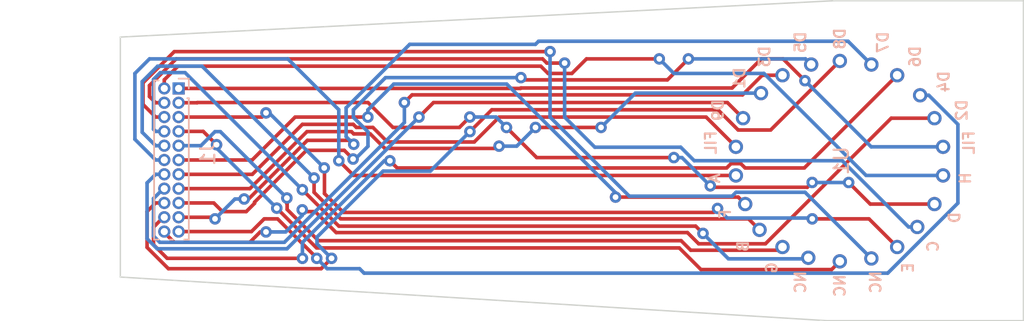
<source format=kicad_pcb>
(kicad_pcb (version 20221018) (generator pcbnew)
  (layers (0 "F.Cu" signal) (31 "B.Cu" signal) (34 "B.Paste" user) (35 "F.Paste" user) (36 "B.SilkS" user "B.Silkscreen") (37 "F.SilkS" user "F.Silkscreen") (38 "B.Mask" user) (39 "F.Mask" user) (44 "Edge.Cuts" user))
  (net 0 "")
  (net 1 "/c1")
  (net 2 "/c2")
  (net 3 "/c3")
  (net 4 "/c4")
  (net 5 "/c5")
  (net 6 "/c6")
  (net 7 "/c7")
  (net 8 "/c8")
  (net 9 "/c9")
  (net 10 "/c10")
  (net 11 "/c11")
  (net 12 "/c12")
  (net 13 "/c13")
  (net 14 "/c14")
  (net 15 "/c15")
  (net 16 "/c16")
  (net 17 "/c17")
  (net 18 "/c18")
  (net 19 "/c19")
  (net 20 "/c20")
  (net 21 "/c21")
  (net 22 "/c22")
  (footprint "Connector_PinHeader_1.00mm:PinHeader_2x11_P1.00mm_Vertical" (layer "B.Cu") (at 42.672 74.2 180)
    (fp_text reference "J1" (at -2.032 -4.54 90) (layer "B.SilkS") (effects (justify mirror)))
    (fp_text value "Conn_02x11_Counter_Clockwise")
    (fp_line (start -0.71 -10.56) (end -0.394493 -10.56) (stroke (width 0.12)) (layer "B.SilkS"))
    (fp_line (start -0.71 -0.685) (end -0.71 -10.56) (stroke (width 0.12)) (layer "B.SilkS"))
    (fp_line (start -0.71 -0.685) (end -0.608276 -0.685) (stroke (width 0.12)) (layer "B.SilkS"))
    (fp_line (start -0.71 0) (end -0.71 0.685) (stroke (width 0.12)) (layer "B.SilkS"))
    (fp_line (start -0.71 0.685) (end 0 0.685) (stroke (width 0.12)) (layer "B.SilkS"))
    (fp_line (start 0.394493 -10.56) (end 0.605507 -10.56) (stroke (width 0.12)) (layer "B.SilkS"))
    (fp_line (start 1.394493 -10.56) (end 1.71 -10.56) (stroke (width 0.12)) (layer "B.SilkS"))
    (fp_line (start 1.394493 0.56) (end 1.71 0.56) (stroke (width 0.12)) (layer "B.SilkS"))
    (fp_line (start 1.71 0.56) (end 1.71 -10.56) (stroke (width 0.12)) (layer "B.SilkS"))
    (pad "1" thru_hole rect (at 0 0 180) (size 0.85 0.85) (drill 0.5) (layers "*.Cu" "*.Mask") (net 1 "/c1"))
    (pad "2" thru_hole oval (at 1 0 180) (size 0.85 0.85) (drill 0.5) (layers "*.Cu" "*.Mask") (net 2 "/c2"))
    (pad "3" thru_hole oval (at 0 -1 180) (size 0.85 0.85) (drill 0.5) (layers "*.Cu" "*.Mask") (net 3 "/c3"))
    (pad "4" thru_hole oval (at 1 -1 180) (size 0.85 0.85) (drill 0.5) (layers "*.Cu" "*.Mask") (net 4 "/c4"))
    (pad "5" thru_hole oval (at 0 -2 180) (size 0.85 0.85) (drill 0.5) (layers "*.Cu" "*.Mask") (net 5 "/c5"))
    (pad "6" thru_hole oval (at 1 -2 180) (size 0.85 0.85) (drill 0.5) (layers "*.Cu" "*.Mask") (net 6 "/c6"))
    (pad "7" thru_hole oval (at 0 -3 180) (size 0.85 0.85) (drill 0.5) (layers "*.Cu" "*.Mask") (net 7 "/c7"))
    (pad "8" thru_hole oval (at 1 -3 180) (size 0.85 0.85) (drill 0.5) (layers "*.Cu" "*.Mask") (net 8 "/c8"))
    (pad "9" thru_hole oval (at 0 -4 180) (size 0.85 0.85) (drill 0.5) (layers "*.Cu" "*.Mask") (net 9 "/c9"))
    (pad "10" thru_hole oval (at 1 -4 180) (size 0.85 0.85) (drill 0.5) (layers "*.Cu" "*.Mask") (net 10 "/c10"))
    (pad "11" thru_hole oval (at 0 -5 180) (size 0.85 0.85) (drill 0.5) (layers "*.Cu" "*.Mask") (net 11 "/c11"))
    (pad "12" thru_hole oval (at 1 -5 180) (size 0.85 0.85) (drill 0.5) (layers "*.Cu" "*.Mask") (net 12 "/c12"))
    (pad "13" thru_hole oval (at 0 -6 180) (size 0.85 0.85) (drill 0.5) (layers "*.Cu" "*.Mask") (net 13 "/c13"))
    (pad "14" thru_hole oval (at 1 -6 180) (size 0.85 0.85) (drill 0.5) (layers "*.Cu" "*.Mask") (net 14 "/c14"))
    (pad "15" thru_hole oval (at 0 -7 180) (size 0.85 0.85) (drill 0.5) (layers "*.Cu" "*.Mask") (net 15 "/c15"))
    (pad "16" thru_hole oval (at 1 -7 180) (size 0.85 0.85) (drill 0.5) (layers "*.Cu" "*.Mask") (net 16 "/c16"))
    (pad "17" thru_hole oval (at 0 -8 180) (size 0.85 0.85) (drill 0.5) (layers "*.Cu" "*.Mask") (net 17 "/c17"))
    (pad "18" thru_hole oval (at 1 -8 180) (size 0.85 0.85) (drill 0.5) (layers "*.Cu" "*.Mask") (net 18 "/c18"))
    (pad "19" thru_hole oval (at 0 -9 180) (size 0.85 0.85) (drill 0.5) (layers "*.Cu" "*.Mask") (net 19 "/c19"))
    (pad "20" thru_hole oval (at 1 -9 180) (size 0.85 0.85) (drill 0.5) (layers "*.Cu" "*.Mask") (net 20 "/c20"))
    (pad "21" thru_hole oval (at 0 -10 180) (size 0.85 0.85) (drill 0.5) (layers "*.Cu" "*.Mask") (net 21 "/c21"))
    (pad "22" thru_hole oval (at 1 -10 180) (size 0.85 0.85) (drill 0.5) (layers "*.Cu" "*.Mask") (net 22 "/c22"))
  )
  (footprint "vfd-footprint:IV-18" (layer "B.Cu") (at 88.793 79.479 180)
    (fp_text reference "U1" (at -0.107 0.231 90) (layer "B.SilkS") (effects (justify mirror)))
    (fp_text value "IV-18")
    (fp_text user "D9" (at 8.5 3.75 270) (layer "B.SilkS") (effects (font (size 0.75 0.75)) (justify mirror)))
    (fp_text user "F" (at 8 -3.5 90) (layer "B.SilkS") (effects (font (size 0.75 0.75)) (justify mirror)))
    (fp_text user "D8" (at 0 8.75 90) (layer "B.SilkS") (effects (font (size 0.75 0.75)) (justify mirror)))
    (fp_text user "D1" (at 7 6 90) (layer "B.SilkS") (effects (font (size 0.75 0.75)) (justify mirror)))
    (fp_text user "D7" (at -3 8.5 270) (layer "B.SilkS") (effects (font (size 0.75 0.75)) (justify mirror)))
    (fp_text user "NC" (at 0 -8.5 90) (layer "B.SilkS") (effects (font (size 0.75 0.75)) (justify mirror)))
    (fp_text user "H" (at -8.75 -1 90) (layer "B.SilkS") (effects (font (size 0.75 0.75)) (justify mirror)))
    (fp_text user "C" (at -6.5 -5.75 90) (layer "B.SilkS") (effects (font (size 0.75 0.75)) (justify mirror)))
    (fp_text user "B" (at 6.75 -5.75 90) (layer "B.SilkS") (effects (font (size 0.75 0.75)) (justify mirror)))
    (fp_text user "A" (at 8.75 -1 90) (layer "B.SilkS") (effects (font (size 0.75 0.75)) (justify mirror)))
    (fp_text user "NC" (at -2.5 -8.25 90) (layer "B.SilkS") (effects (font (size 0.75 0.75)) (justify mirror)))
    (fp_text user "FIL" (at 9 1.5 90) (layer "B.SilkS") (effects (font (size 0.75 0.75)) (justify mirror)))
    (fp_text user "NC" (at 2.75 -8.25 90) (layer "B.SilkS") (effects (font (size 0.75 0.75)) (justify mirror)))
    (fp_text user "D3" (at 5.25 7.5 90) (layer "B.SilkS") (effects (font (size 0.75 0.75)) (justify mirror)))
    (fp_text user "FIL" (at -9 1.5 90) (layer "B.SilkS") (effects (font (size 0.75 0.75)) (justify mirror)))
    (fp_text user "E" (at -4.75 -7.25 90) (layer "B.SilkS") (effects (font (size 0.75 0.75)) (justify mirror)))
    (fp_text user "G" (at 4.75 -7.25 90) (layer "B.SilkS") (effects (font (size 0.75 0.75)) (justify mirror)))
    (fp_text user "D4" (at -7.25 5.75 90) (layer "B.SilkS") (effects (font (size 0.75 0.75)) (justify mirror)))
    (fp_text user "D2" (at -8.5 3.75 90) (layer "B.SilkS") (effects (font (size 0.75 0.75)) (justify mirror)))
    (fp_text user "D" (at -8 -3.75 90) (layer "B.SilkS") (effects (font (size 0.75 0.75)) (justify mirror)))
    (fp_text user "D5" (at 2.75 8.5 270) (layer "B.SilkS") (effects (font (size 0.75 0.75)) (justify mirror)))
    (fp_text user "D6" (at -5.25 7.5 90) (layer "B.SilkS") (effects (font (size 0.75 0.75)) (justify mirror)))
    (pad "1" thru_hole circle (at -7.2 1.2 180) (size 1 1) (drill 0.6) (layers "*.Cu" "*.Mask") (net 1 "/c1"))
    (pad "2" thru_hole circle (at -7.2 -0.8 180) (size 1 1) (drill 0.6) (layers "*.Cu" "*.Mask") (net 2 "/c2"))
    (pad "3" thru_hole circle (at -6.6 -2.8 180) (size 1 1) (drill 0.6) (layers "*.Cu" "*.Mask") (net 3 "/c3"))
    (pad "4" thru_hole circle (at -5.4 -4.4 180) (size 1 1) (drill 0.6) (layers "*.Cu" "*.Mask") (net 4 "/c4"))
    (pad "5" thru_hole circle (at -4 -5.8 180) (size 1 1) (drill 0.6) (layers "*.Cu" "*.Mask") (net 5 "/c5"))
    (pad "6" thru_hole circle (at -2.2 -6.6 180) (size 1 1) (drill 0.6) (layers "*.Cu" "*.Mask") (net 6 "/c6"))
    (pad "7" thru_hole circle (at 0 -6.8 180) (size 1 1) (drill 0.6) (layers "*.Cu" "*.Mask") (net 7 "/c7"))
    (pad "8" thru_hole circle (at 2.2 -6.55 180) (size 1 1) (drill 0.6) (layers "*.Cu" "*.Mask") (net 8 "/c8"))
    (pad "9" thru_hole circle (at 4 -5.8 180) (size 1 1) (drill 0.6) (layers "*.Cu" "*.Mask") (net 9 "/c9"))
    (pad "10" thru_hole circle (at 5.6 -4.6 180) (size 1 1) (drill 0.6) (layers "*.Cu" "*.Mask") (net 10 "/c10"))
    (pad "11" thru_hole circle (at 6.6 -2.8 180) (size 1 1) (drill 0.6) (layers "*.Cu" "*.Mask") (net 11 "/c11"))
    (pad "12" thru_hole circle (at 7.25 -0.8 180) (size 1 1) (drill 0.6) (layers "*.Cu" "*.Mask") (net 12 "/c12"))
    (pad "13" thru_hole circle (at 7.25 1.2 180) (size 1 1) (drill 0.6) (layers "*.Cu" "*.Mask") (net 13 "/c13"))
    (pad "14" thru_hole circle (at 6.75 3.2 180) (size 1 1) (drill 0.6) (layers "*.Cu" "*.Mask") (net 14 "/c14"))
    (pad "15" thru_hole circle (at 5.5 4.95 180) (size 1 1) (drill 0.6) (layers "*.Cu" "*.Mask") (net 15 "/c15"))
    (pad "16" thru_hole circle (at 4 6.2 180) (size 1 1) (drill 0.6) (layers "*.Cu" "*.Mask") (net 16 "/c16"))
    (pad "17" thru_hole circle (at 2 6.95 180) (size 1 1) (drill 0.6) (layers "*.Cu" "*.Mask") (net 17 "/c17"))
    (pad "18" thru_hole circle (at 0 7.2 180) (size 1 1) (drill 0.6) (layers "*.Cu" "*.Mask") (net 18 "/c18"))
    (pad "19" thru_hole circle (at -2.2 6.95 180) (size 1 1) (drill 0.6) (layers "*.Cu" "*.Mask") (net 19 "/c19"))
    (pad "20" thru_hole circle (at -4 6.2 180) (size 1 1) (drill 0.6) (layers "*.Cu" "*.Mask") (net 20 "/c20"))
    (pad "21" thru_hole circle (at -5.6 4.8 180) (size 1 1) (drill 0.6) (layers "*.Cu" "*.Mask") (net 21 "/c21"))
    (pad "22" thru_hole circle (at -6.6 3.2 180) (size 1 1) (drill 0.6) (layers "*.Cu" "*.Mask") (net 22 "/c22"))
  )
  (gr_line (start 101.6 68.072) (end 101.6 90.424) (stroke (width 0.1)) (layer "Edge.Cuts"))
  (gr_line (start 88.392 68.072) (end 101.6 68.072) (stroke (width 0.1)) (layer "Edge.Cuts"))
  (gr_line (start 88.392 68.072) (end 38.608 70.612) (stroke (width 0.1)) (layer "Edge.Cuts"))
  (gr_line (start 38.608 87.376) (end 87.884 90.424) (stroke (width 0.1)) (layer "Edge.Cuts"))
  (gr_line (start 38.608 70.612) (end 38.608 87.376) (stroke (width 0.1)) (layer "Edge.Cuts"))
  (gr_line (start 101.6 90.424) (end 87.884 90.424) (stroke (width 0.1)) (layer "Edge.Cuts"))
  (segment (start 66.516 74.2) (end 66.548 74.168) (width 0.25) (layer "F.Cu") (net 1))
  (segment (start 84.836 72.136) (end 86.36 73.66) (width 0.25) (layer "F.Cu") (net 1))
  (segment (start 81.28 74.168) (end 83.312 72.136) (width 0.25) (layer "F.Cu") (net 1))
  (segment (start 42.672 74.2) (end 66.516 74.2) (width 0.25) (layer "F.Cu") (net 1))
  (segment (start 66.548 74.168) (end 81.28 74.168) (width 0.25) (layer "F.Cu") (net 1))
  (segment (start 83.312 72.136) (end 84.836 72.136) (width 0.25) (layer "F.Cu") (net 1))
  (via (at 86.36 73.66) (size 0.8) (drill 0.4) (layers "F.Cu" "B.Cu") (net 1))
  (segment (start 90.979 78.279) (end 95.993 78.279) (width 0.25) (layer "B.Cu") (net 1))
  (segment (start 86.36 73.66) (end 90.979 78.279) (width 0.25) (layer "B.Cu") (net 1))
  (segment (start 41.672 73.59896) (end 41.672 74.2) (width 0.25) (layer "F.Cu") (net 2))
  (segment (start 67.934299 72.644) (end 42.62696 72.644) (width 0.25) (layer "F.Cu") (net 2))
  (segment (start 68.442299 73.152) (end 67.934299 72.644) (width 0.25) (layer "F.Cu") (net 2))
  (segment (start 76.2 72.136) (end 71.12 72.136) (width 0.25) (layer "F.Cu") (net 2))
  (segment (start 42.62696 72.644) (end 41.672 73.59896) (width 0.25) (layer "F.Cu") (net 2))
  (segment (start 71.12 72.136) (end 70.104 73.152) (width 0.25) (layer "F.Cu") (net 2))
  (segment (start 70.104 73.152) (end 68.442299 73.152) (width 0.25) (layer "F.Cu") (net 2))
  (via (at 76.2 72.136) (size 0.8) (drill 0.4) (layers "F.Cu" "B.Cu") (net 2))
  (segment (start 83.499273 73.152) (end 90.626273 80.279) (width 0.25) (layer "B.Cu") (net 2))
  (segment (start 90.626273 80.279) (end 95.993 80.279) (width 0.25) (layer "B.Cu") (net 2))
  (segment (start 76.2 72.136) (end 77.216 73.152) (width 0.25) (layer "B.Cu") (net 2))
  (segment (start 77.216 73.152) (end 83.499273 73.152) (width 0.25) (layer "B.Cu") (net 2))
  (segment (start 86.527402 81.104) (end 86.863701 80.767701) (width 0.25) (layer "F.Cu") (net 3))
  (segment (start 67.647952 79.0315) (end 77.216 79.0315) (width 0.25) (layer "F.Cu") (net 3))
  (segment (start 90.915 82.279) (end 95.393 82.279) (width 0.25) (layer "F.Cu") (net 3))
  (segment (start 55.88 75.184) (end 57.621 76.925) (width 0.25) (layer "F.Cu") (net 3))
  (segment (start 43.972 75.2) (end 43.988 75.184) (width 0.25) (layer "F.Cu") (net 3))
  (segment (start 89.408 80.772) (end 90.915 82.279) (width 0.25) (layer "F.Cu") (net 3))
  (segment (start 79.8565 81.104) (end 86.527402 81.104) (width 0.25) (layer "F.Cu") (net 3))
  (segment (start 43.988 75.184) (end 55.88 75.184) (width 0.25) (layer "F.Cu") (net 3))
  (segment (start 62.258402 76.925) (end 62.987701 76.195701) (width 0.25) (layer "F.Cu") (net 3))
  (segment (start 65.540952 76.9245) (end 67.647952 79.0315) (width 0.25) (layer "F.Cu") (net 3))
  (segment (start 42.672 75.2) (end 43.972 75.2) (width 0.25) (layer "F.Cu") (net 3))
  (segment (start 79.756 81.0035) (end 79.8565 81.104) (width 0.25) (layer "F.Cu") (net 3))
  (segment (start 57.621 76.925) (end 62.258402 76.925) (width 0.25) (layer "F.Cu") (net 3))
  (via (at 62.987701 76.195701) (size 0.8) (drill 0.4) (layers "F.Cu" "B.Cu") (net 3))
  (via (at 65.540952 76.9245) (size 0.8) (drill 0.4) (layers "F.Cu" "B.Cu") (net 3))
  (via (at 79.756 81.0035) (size 0.8) (drill 0.4) (layers "F.Cu" "B.Cu") (net 3))
  (via (at 89.408 80.772) (size 0.8) (drill 0.4) (layers "F.Cu" "B.Cu") (net 3))
  (via (at 86.863701 80.767701) (size 0.8) (drill 0.4) (layers "F.Cu" "B.Cu") (net 3))
  (via (at 77.216 79.0315) (size 0.8) (drill 0.4) (layers "F.Cu" "B.Cu") (net 3))
  (segment (start 86.868 80.772) (end 89.408 80.772) (width 0.25) (layer "B.Cu") (net 3))
  (segment (start 77.784 79.0315) (end 79.756 81.0035) (width 0.25) (layer "B.Cu") (net 3))
  (segment (start 77.216 79.0315) (end 77.784 79.0315) (width 0.25) (layer "B.Cu") (net 3))
  (segment (start 62.987701 76.195701) (end 64.812153 76.195701) (width 0.25) (layer "B.Cu") (net 3))
  (segment (start 64.812153 76.195701) (end 65.540952 76.9245) (width 0.25) (layer "B.Cu") (net 3))
  (segment (start 86.863701 80.767701) (end 86.868 80.772) (width 0.25) (layer "B.Cu") (net 3))
  (segment (start 68.354195 72.4275) (end 68.062695 72.136) (width 0.25) (layer "F.Cu") (net 4))
  (segment (start 41.07096 75.2) (end 41.672 75.2) (width 0.25) (layer "F.Cu") (net 4))
  (segment (start 40.64 74.76904) (end 41.07096 75.2) (width 0.25) (layer "F.Cu") (net 4))
  (segment (start 42.498564 72.136) (end 40.64 73.994564) (width 0.25) (layer "F.Cu") (net 4))
  (segment (start 68.062695 72.136) (end 42.498564 72.136) (width 0.25) (layer "F.Cu") (net 4))
  (segment (start 40.64 73.994564) (end 40.64 74.76904) (width 0.25) (layer "F.Cu") (net 4))
  (segment (start 69.596 72.4275) (end 68.354195 72.4275) (width 0.25) (layer "F.Cu") (net 4))
  (via (at 69.596 72.4275) (size 0.8) (drill 0.4) (layers "F.Cu" "B.Cu") (net 4))
  (segment (start 71.7025 78.3065) (end 77.695396 78.3065) (width 0.25) (layer "B.Cu") (net 4))
  (segment (start 77.695396 78.3065) (end 78.636896 79.248) (width 0.25) (layer "B.Cu") (net 4))
  (segment (start 88.958877 79.248) (end 93.589877 83.879) (width 0.25) (layer "B.Cu") (net 4))
  (segment (start 78.636896 79.248) (end 88.958877 79.248) (width 0.25) (layer "B.Cu") (net 4))
  (segment (start 93.589877 83.879) (end 94.193 83.879) (width 0.25) (layer "B.Cu") (net 4))
  (segment (start 69.596 72.4275) (end 69.596 76.2) (width 0.25) (layer "B.Cu") (net 4))
  (segment (start 69.596 76.2) (end 71.7025 78.3065) (width 0.25) (layer "B.Cu") (net 4))
  (segment (start 79.9895 82.862) (end 54.162792 82.862) (width 0.25) (layer "F.Cu") (net 5))
  (segment (start 48.768 75.9085) (end 48.4765 76.2) (width 0.25) (layer "F.Cu") (net 5))
  (segment (start 48.4765 76.2) (end 42.672 76.2) (width 0.25) (layer "F.Cu") (net 5))
  (segment (start 52.845971 81.545179) (end 52.845971 79.769971) (width 0.25) (layer "F.Cu") (net 5))
  (segment (start 80.264 82.5875) (end 79.9895 82.862) (width 0.25) (layer "F.Cu") (net 5))
  (segment (start 90.826 83.312) (end 86.868 83.312) (width 0.25) (layer "F.Cu") (net 5))
  (segment (start 54.162792 82.862) (end 52.845971 81.545179) (width 0.25) (layer "F.Cu") (net 5))
  (segment (start 52.845971 79.769971) (end 52.827701 79.751701) (width 0.25) (layer "F.Cu") (net 5))
  (segment (start 92.793 85.279) (end 90.826 83.312) (width 0.25) (layer "F.Cu") (net 5))
  (via (at 48.768 75.9085) (size 0.8) (drill 0.4) (layers "F.Cu" "B.Cu") (net 5))
  (via (at 80.264 82.5875) (size 0.8) (drill 0.4) (layers "F.Cu" "B.Cu") (net 5))
  (via (at 86.868 83.312) (size 0.8) (drill 0.4) (layers "F.Cu" "B.Cu") (net 5))
  (via (at 52.827701 79.751701) (size 0.8) (drill 0.4) (layers "F.Cu" "B.Cu") (net 5))
  (segment (start 86.868 83.312) (end 86.81 83.254) (width 0.25) (layer "B.Cu") (net 5))
  (segment (start 48.9845 75.9085) (end 48.768 75.9085) (width 0.25) (layer "B.Cu") (net 5))
  (segment (start 86.81 83.254) (end 80.9305 83.254) (width 0.25) (layer "B.Cu") (net 5))
  (segment (start 80.9305 83.254) (end 80.264 82.5875) (width 0.25) (layer "B.Cu") (net 5))
  (segment (start 52.827701 79.751701) (end 48.9845 75.9085) (width 0.25) (layer "B.Cu") (net 5))
  (segment (start 42.370168 71.628) (end 68.58 71.628) (width 0.25) (layer "F.Cu") (net 6))
  (segment (start 40.19 75.31904) (end 40.19 73.808168) (width 0.25) (layer "F.Cu") (net 6))
  (segment (start 41.672 76.2) (end 41.07096 76.2) (width 0.25) (layer "F.Cu") (net 6))
  (segment (start 41.07096 76.2) (end 40.19 75.31904) (width 0.25) (layer "F.Cu") (net 6))
  (segment (start 40.19 73.808168) (end 42.370168 71.628) (width 0.25) (layer "F.Cu") (net 6))
  (via (at 68.58 71.628) (size 0.8) (drill 0.4) (layers "F.Cu" "B.Cu") (net 6))
  (segment (start 68.58 71.628) (end 68.58 76.2) (width 0.25) (layer "B.Cu") (net 6))
  (segment (start 81.276773 81.7285) (end 81.551273 81.454) (width 0.25) (layer "B.Cu") (net 6))
  (segment (start 81.551273 81.454) (end 86.368 81.454) (width 0.25) (layer "B.Cu") (net 6))
  (segment (start 86.368 81.454) (end 90.993 86.079) (width 0.25) (layer "B.Cu") (net 6))
  (segment (start 68.58 76.2) (end 74.1085 81.7285) (width 0.25) (layer "B.Cu") (net 6))
  (segment (start 74.1085 81.7285) (end 81.276773 81.7285) (width 0.25) (layer "B.Cu") (net 6))
  (segment (start 45.31981 78.132789) (end 44.387021 77.2) (width 0.25) (layer "F.Cu") (net 7))
  (segment (start 79.105604 86.854) (end 88.218 86.854) (width 0.25) (layer "F.Cu") (net 7))
  (segment (start 77.595104 85.3435) (end 79.105604 86.854) (width 0.25) (layer "F.Cu") (net 7))
  (segment (start 52.296996 85.3435) (end 77.595104 85.3435) (width 0.25) (layer "F.Cu") (net 7))
  (segment (start 88.218 86.854) (end 88.793 86.279) (width 0.25) (layer "F.Cu") (net 7))
  (segment (start 44.387021 77.2) (end 42.672 77.2) (width 0.25) (layer "F.Cu") (net 7))
  (segment (start 49.516748 82.563252) (end 52.296996 85.3435) (width 0.25) (layer "F.Cu") (net 7))
  (via (at 49.516748 82.563252) (size 0.8) (drill 0.4) (layers "F.Cu" "B.Cu") (net 7))
  (via (at 45.31981 78.132789) (size 0.8) (drill 0.4) (layers "F.Cu" "B.Cu") (net 7))
  (segment (start 45.31981 78.132789) (end 45.31981 78.366314) (width 0.25) (layer "B.Cu") (net 7))
  (segment (start 45.31981 78.366314) (end 49.516748 82.563252) (width 0.25) (layer "B.Cu") (net 7))
  (segment (start 79.248 84.328) (end 78.74 83.82) (width 0.25) (layer "F.Cu") (net 8))
  (segment (start 78.74 83.82) (end 53.848 83.82) (width 0.25) (layer "F.Cu") (net 8))
  (segment (start 53.848 83.82) (end 51.303701 81.275701) (width 0.25) (layer "F.Cu") (net 8))
  (via (at 51.303701 81.275701) (size 0.8) (drill 0.4) (layers "F.Cu" "B.Cu") (net 8))
  (via (at 79.248 84.328) (size 0.8) (drill 0.4) (layers "F.Cu" "B.Cu") (net 8))
  (segment (start 79.248 84.328) (end 81.024 86.104) (width 0.25) (layer "B.Cu") (net 8))
  (segment (start 43.122 73.094) (end 51.303701 81.275701) (width 0.25) (layer "B.Cu") (net 8))
  (segment (start 40.922 73.570594) (end 41.398594 73.094) (width 0.25) (layer "B.Cu") (net 8))
  (segment (start 86.518 86.104) (end 86.593 86.029) (width 0.25) (layer "B.Cu") (net 8))
  (segment (start 41.07096 77.2) (end 40.922 77.05104) (width 0.25) (layer "B.Cu") (net 8))
  (segment (start 81.024 86.104) (end 86.518 86.104) (width 0.25) (layer "B.Cu") (net 8))
  (segment (start 41.398594 73.094) (end 43.122 73.094) (width 0.25) (layer "B.Cu") (net 8))
  (segment (start 41.672 77.2) (end 41.07096 77.2) (width 0.25) (layer "B.Cu") (net 8))
  (segment (start 40.922 77.05104) (end 40.922 73.570594) (width 0.25) (layer "B.Cu") (net 8))
  (segment (start 50.241748 82.651856) (end 52.425892 84.836) (width 0.25) (layer "F.Cu") (net 9))
  (segment (start 50.241748 82.262947) (end 50.241748 82.651856) (width 0.25) (layer "F.Cu") (net 9))
  (segment (start 50.223503 82.244702) (end 50.241748 82.262947) (width 0.25) (layer "F.Cu") (net 9))
  (segment (start 77.724 84.836) (end 78.391 85.503) (width 0.25) (layer "F.Cu") (net 9))
  (segment (start 50.223503 81.856497) (end 50.223503 82.244702) (width 0.25) (layer "F.Cu") (net 9))
  (segment (start 84.569 85.503) (end 84.793 85.279) (width 0.25) (layer "F.Cu") (net 9))
  (segment (start 78.391 85.503) (end 84.569 85.503) (width 0.25) (layer "F.Cu") (net 9))
  (segment (start 52.425892 84.836) (end 77.724 84.836) (width 0.25) (layer "F.Cu") (net 9))
  (via (at 50.223503 81.856497) (size 0.8) (drill 0.4) (layers "F.Cu" "B.Cu") (net 9))
  (segment (start 45.583006 77.216) (end 45.212 77.216) (width 0.25) (layer "B.Cu") (net 9))
  (segment (start 44.228 78.2) (end 42.672 78.2) (width 0.25) (layer "B.Cu") (net 9))
  (segment (start 45.212 77.216) (end 44.228 78.2) (width 0.25) (layer "B.Cu") (net 9))
  (segment (start 50.223503 81.856497) (end 45.583006 77.216) (width 0.25) (layer "B.Cu") (net 9))
  (segment (start 52.120971 81.456575) (end 53.976396 83.312) (width 0.25) (layer "F.Cu") (net 10))
  (segment (start 82.426 83.312) (end 83.193 84.079) (width 0.25) (layer "F.Cu") (net 10))
  (segment (start 53.976396 83.312) (end 82.426 83.312) (width 0.25) (layer "F.Cu") (net 10))
  (segment (start 52.120971 80.45843) (end 52.120971 81.456575) (width 0.25) (layer "F.Cu") (net 10))
  (via (at 52.120971 80.45843) (size 0.8) (drill 0.4) (layers "F.Cu" "B.Cu") (net 10))
  (segment (start 41.07096 78.2) (end 40.132 77.26104) (width 0.25) (layer "B.Cu") (net 10))
  (segment (start 41.212198 72.644) (end 44.306541 72.644) (width 0.25) (layer "B.Cu") (net 10))
  (segment (start 41.672 78.2) (end 41.07096 78.2) (width 0.25) (layer "B.Cu") (net 10))
  (segment (start 40.132 73.724198) (end 41.212198 72.644) (width 0.25) (layer "B.Cu") (net 10))
  (segment (start 40.132 77.26104) (end 40.132 73.724198) (width 0.25) (layer "B.Cu") (net 10))
  (segment (start 44.306541 72.644) (end 52.120971 80.45843) (width 0.25) (layer "B.Cu") (net 10))
  (segment (start 47.8 79.2) (end 42.672 79.2) (width 0.25) (layer "F.Cu") (net 11))
  (segment (start 55.871401 76.2) (end 50.8 76.2) (width 0.25) (layer "F.Cu") (net 11))
  (segment (start 73.147701 81.792299) (end 81.706299 81.792299) (width 0.25) (layer "F.Cu") (net 11))
  (segment (start 81.706299 81.792299) (end 82.193 82.279) (width 0.25) (layer "F.Cu") (net 11))
  (segment (start 50.8 76.2) (end 47.8 79.2) (width 0.25) (layer "F.Cu") (net 11))
  (segment (start 55.872376 76.200975) (end 55.871401 76.2) (width 0.25) (layer "F.Cu") (net 11))
  (via (at 73.147701 81.792299) (size 0.8) (drill 0.4) (layers "F.Cu" "B.Cu") (net 11))
  (via (at 55.872376 76.200975) (size 0.8) (drill 0.4) (layers "F.Cu" "B.Cu") (net 11))
  (segment (start 73.147701 81.482896) (end 73.147701 81.792299) (width 0.25) (layer "B.Cu") (net 11))
  (segment (start 55.872376 75.699624) (end 57.6785 73.8935) (width 0.25) (layer "B.Cu") (net 11))
  (segment (start 65.558305 73.8935) (end 73.147701 81.482896) (width 0.25) (layer "B.Cu") (net 11))
  (segment (start 57.6785 73.8935) (end 65.558305 73.8935) (width 0.25) (layer "B.Cu") (net 11))
  (segment (start 55.872376 76.200975) (end 55.872376 75.699624) (width 0.25) (layer "B.Cu") (net 11))
  (segment (start 53.848 79.248) (end 54.879 80.279) (width 0.25) (layer "F.Cu") (net 12))
  (segment (start 54.879 80.279) (end 81.543 80.279) (width 0.25) (layer "F.Cu") (net 12))
  (via (at 53.848 79.248) (size 0.8) (drill 0.4) (layers "F.Cu" "B.Cu") (net 12))
  (segment (start 53.843701 75.687701) (end 50.292 72.136) (width 0.25) (layer "B.Cu") (net 12))
  (segment (start 53.843701 79.243701) (end 53.843701 75.687701) (width 0.25) (layer "B.Cu") (net 12))
  (segment (start 40.64 72.136) (end 39.624 73.152) (width 0.25) (layer "B.Cu") (net 12))
  (segment (start 39.624 73.152) (end 39.624 77.75304) (width 0.25) (layer "B.Cu") (net 12))
  (segment (start 41.07096 79.2) (end 41.672 79.2) (width 0.25) (layer "B.Cu") (net 12))
  (segment (start 39.624 77.75304) (end 41.07096 79.2) (width 0.25) (layer "B.Cu") (net 12))
  (segment (start 53.848 79.248) (end 53.843701 79.243701) (width 0.25) (layer "B.Cu") (net 12))
  (segment (start 50.292 72.136) (end 40.64 72.136) (width 0.25) (layer "B.Cu") (net 12))
  (segment (start 56.225396 76.925) (end 55.071695 76.925) (width 0.25) (layer "F.Cu") (net 13))
  (segment (start 57.241396 77.941) (end 56.225396 76.925) (width 0.25) (layer "F.Cu") (net 13))
  (segment (start 79.464 76.2) (end 65.033305 76.2) (width 0.25) (layer "F.Cu") (net 13))
  (segment (start 55.071695 76.925) (end 54.854695 76.708) (width 0.25) (layer "F.Cu") (net 13))
  (segment (start 47.816 80.2) (end 42.672 80.2) (width 0.25) (layer "F.Cu") (net 13))
  (segment (start 81.543 78.279) (end 79.464 76.2) (width 0.25) (layer "F.Cu") (net 13))
  (segment (start 65.033305 76.2) (end 63.292305 77.941) (width 0.25) (layer "F.Cu") (net 13))
  (segment (start 51.308 76.708) (end 47.816 80.2) (width 0.25) (layer "F.Cu") (net 13))
  (segment (start 54.854695 76.708) (end 51.308 76.708) (width 0.25) (layer "F.Cu") (net 13))
  (segment (start 63.292305 77.941) (end 57.241396 77.941) (width 0.25) (layer "F.Cu") (net 13))
  (segment (start 60.452 75.184) (end 80.948 75.184) (width 0.25) (layer "F.Cu") (net 14))
  (segment (start 59.436 76.2) (end 60.452 75.184) (width 0.25) (layer "F.Cu") (net 14))
  (segment (start 80.948 75.184) (end 82.043 76.279) (width 0.25) (layer "F.Cu") (net 14))
  (via (at 59.436 76.2) (size 0.8) (drill 0.4) (layers "F.Cu" "B.Cu") (net 14))
  (segment (start 41.07096 80.2) (end 40.472 80.79896) (width 0.25) (layer "B.Cu") (net 14))
  (segment (start 40.472 80.79896) (end 40.472 84.697057) (width 0.25) (layer "B.Cu") (net 14))
  (segment (start 41.672 80.2) (end 41.07096 80.2) (width 0.25) (layer "B.Cu") (net 14))
  (segment (start 40.472 84.697057) (end 41.174943 85.4) (width 0.25) (layer "B.Cu") (net 14))
  (segment (start 41.174943 85.4) (end 50.236 85.4) (width 0.25) (layer "B.Cu") (net 14))
  (segment (start 50.236 85.4) (end 59.436 76.2) (width 0.25) (layer "B.Cu") (net 14))
  (segment (start 47.642198 81.2) (end 51.626198 77.216) (width 0.25) (layer "F.Cu") (net 15))
  (segment (start 42.672 81.2) (end 47.642198 81.2) (width 0.25) (layer "F.Cu") (net 15))
  (segment (start 54.726299 77.216) (end 54.885299 77.375) (width 0.25) (layer "F.Cu") (net 15))
  (segment (start 54.885299 77.375) (end 56.039 77.375) (width 0.25) (layer "F.Cu") (net 15))
  (segment (start 67.564 76.9245) (end 72.136 76.9245) (width 0.25) (layer "F.Cu") (net 15))
  (segment (start 57.055 78.391) (end 64.865 78.391) (width 0.25) (layer "F.Cu") (net 15))
  (segment (start 51.626198 77.216) (end 54.726299 77.216) (width 0.25) (layer "F.Cu") (net 15))
  (segment (start 64.865 78.391) (end 65.024 78.232) (width 0.25) (layer "F.Cu") (net 15))
  (segment (start 56.039 77.375) (end 57.055 78.391) (width 0.25) (layer "F.Cu") (net 15))
  (via (at 67.564 76.9245) (size 0.8) (drill 0.4) (layers "F.Cu" "B.Cu") (net 15))
  (via (at 72.136 76.9245) (size 0.8) (drill 0.4) (layers "F.Cu" "B.Cu") (net 15))
  (via (at 65.024 78.232) (size 0.8) (drill 0.4) (layers "F.Cu" "B.Cu") (net 15))
  (segment (start 66.2565 78.232) (end 67.564 76.9245) (width 0.25) (layer "B.Cu") (net 15))
  (segment (start 72.136 76.9245) (end 74.5315 74.529) (width 0.25) (layer "B.Cu") (net 15))
  (segment (start 74.5315 74.529) (end 83.293 74.529) (width 0.25) (layer "B.Cu") (net 15))
  (segment (start 65.024 78.232) (end 66.2565 78.232) (width 0.25) (layer "B.Cu") (net 15))
  (segment (start 83.376273 73.279) (end 84.793 73.279) (width 0.25) (layer "F.Cu") (net 16))
  (segment (start 58.954 74.65) (end 82.005273 74.65) (width 0.25) (layer "F.Cu") (net 16))
  (segment (start 82.005273 74.65) (end 83.376273 73.279) (width 0.25) (layer "F.Cu") (net 16))
  (segment (start 58.42 75.184) (end 58.954 74.65) (width 0.25) (layer "F.Cu") (net 16))
  (via (at 58.42 75.184) (size 0.8) (drill 0.4) (layers "F.Cu" "B.Cu") (net 16))
  (segment (start 41.611339 81.2) (end 40.922 81.889339) (width 0.25) (layer "B.Cu") (net 16))
  (segment (start 50.049604 84.95) (end 58.42 76.579604) (width 0.25) (layer "B.Cu") (net 16))
  (segment (start 40.922 81.889339) (end 40.922 84.510661) (width 0.25) (layer "B.Cu") (net 16))
  (segment (start 41.361339 84.95) (end 50.049604 84.95) (width 0.25) (layer "B.Cu") (net 16))
  (segment (start 41.672 81.2) (end 41.611339 81.2) (width 0.25) (layer "B.Cu") (net 16))
  (segment (start 40.922 84.510661) (end 41.361339 84.95) (width 0.25) (layer "B.Cu") (net 16))
  (segment (start 58.42 76.579604) (end 58.42 75.184) (width 0.25) (layer "B.Cu") (net 16))
  (segment (start 66.7065 73.602) (end 76.766 73.602) (width 0.25) (layer "F.Cu") (net 17))
  (segment (start 47.389805 82.804) (end 45.729305 82.804) (width 0.25) (layer "F.Cu") (net 17))
  (segment (start 45.125305 82.2) (end 42.672 82.2) (width 0.25) (layer "F.Cu") (net 17))
  (segment (start 47.969 82.224805) (end 47.389805 82.804) (width 0.25) (layer "F.Cu") (net 17))
  (segment (start 66.548 73.4435) (end 66.7065 73.602) (width 0.25) (layer "F.Cu") (net 17))
  (segment (start 54.840583 79.134422) (end 54.229161 78.523) (width 0.25) (layer "F.Cu") (net 17))
  (segment (start 76.766 73.602) (end 78.232 72.136) (width 0.25) (layer "F.Cu") (net 17))
  (segment (start 51.59199 78.523) (end 47.969 82.14599) (width 0.25) (layer "F.Cu") (net 17))
  (segment (start 45.729305 82.804) (end 45.125305 82.2) (width 0.25) (layer "F.Cu") (net 17))
  (segment (start 54.229161 78.523) (end 51.59199 78.523) (width 0.25) (layer "F.Cu") (net 17))
  (segment (start 47.969 82.14599) (end 47.969 82.224805) (width 0.25) (layer "F.Cu") (net 17))
  (via (at 66.548 73.4435) (size 0.8) (drill 0.4) (layers "F.Cu" "B.Cu") (net 17))
  (via (at 78.232 72.136) (size 0.8) (drill 0.4) (layers "F.Cu" "B.Cu") (net 17))
  (via (at 54.840583 79.134422) (size 0.8) (drill 0.4) (layers "F.Cu" "B.Cu") (net 17))
  (segment (start 57.103195 73.4435) (end 66.548 73.4435) (width 0.25) (layer "B.Cu") (net 17))
  (segment (start 54.840583 79.134422) (end 54.986883 79.134422) (width 0.25) (layer "B.Cu") (net 17))
  (segment (start 55.88 77.233904) (end 54.864 76.217904) (width 0.25) (layer "B.Cu") (net 17))
  (segment (start 54.864 76.217904) (end 54.864 75.692) (width 0.25) (layer "B.Cu") (net 17))
  (segment (start 55.88 78.241305) (end 55.88 77.233904) (width 0.25) (layer "B.Cu") (net 17))
  (segment (start 55.372 75.174695) (end 57.103195 73.4435) (width 0.25) (layer "B.Cu") (net 17))
  (segment (start 54.986883 79.134422) (end 55.88 78.241305) (width 0.25) (layer "B.Cu") (net 17))
  (segment (start 55.372 75.184) (end 55.372 75.174695) (width 0.25) (layer "B.Cu") (net 17))
  (segment (start 78.232 72.136) (end 86.4 72.136) (width 0.25) (layer "B.Cu") (net 17))
  (segment (start 86.4 72.136) (end 86.793 72.529) (width 0.25) (layer "B.Cu") (net 17))
  (segment (start 54.864 75.692) (end 55.372 75.184) (width 0.25) (layer "B.Cu") (net 17))
  (segment (start 41.07096 82.2) (end 40.472 82.79896) (width 0.25) (layer "F.Cu") (net 18))
  (segment (start 62.992 77.216) (end 64.516 75.692) (width 0.25) (layer "F.Cu") (net 18))
  (segment (start 40.472 82.79896) (end 40.472 85.304396) (width 0.25) (layer "F.Cu") (net 18))
  (segment (start 64.516 75.692) (end 80.289273 75.692) (width 0.25) (layer "F.Cu") (net 18))
  (segment (start 81.701273 77.104) (end 83.968 77.104) (width 0.25) (layer "F.Cu") (net 18))
  (segment (start 83.968 77.104) (end 88.793 72.279) (width 0.25) (layer "F.Cu") (net 18))
  (segment (start 40.472 85.304396) (end 41.961104 86.7935) (width 0.25) (layer "F.Cu") (net 18))
  (segment (start 52.615 86.7935) (end 53.34 86.0685) (width 0.25) (layer "F.Cu") (net 18))
  (segment (start 41.672 82.2) (end 41.07096 82.2) (width 0.25) (layer "F.Cu") (net 18))
  (segment (start 80.289273 75.692) (end 81.701273 77.104) (width 0.25) (layer "F.Cu") (net 18))
  (segment (start 41.961104 86.7935) (end 52.615 86.7935) (width 0.25) (layer "F.Cu") (net 18))
  (via (at 62.992 77.216) (size 0.8) (drill 0.4) (layers "F.Cu" "B.Cu") (net 18))
  (via (at 53.34 86.0685) (size 0.8) (drill 0.4) (layers "F.Cu" "B.Cu") (net 18))
  (segment (start 56.931493 79.977299) (end 60.230701 79.977299) (width 0.25) (layer "B.Cu") (net 18))
  (segment (start 53.34 86.0685) (end 52.324 85.0525) (width 0.25) (layer "B.Cu") (net 18))
  (segment (start 52.324 85.0525) (end 52.324 84.584792) (width 0.25) (layer "B.Cu") (net 18))
  (segment (start 52.324 84.584792) (end 56.931493 79.977299) (width 0.25) (layer "B.Cu") (net 18))
  (segment (start 60.230701 79.977299) (end 62.992 77.216) (width 0.25) (layer "B.Cu") (net 18))
  (segment (start 54.886335 78.0995) (end 54.611835 77.825) (width 0.25) (layer "F.Cu") (net 19))
  (segment (start 45.1 83.2) (end 45.212 83.312) (width 0.25) (layer "F.Cu") (net 19))
  (segment (start 47.554094 81.9245) (end 47.244 81.9245) (width 0.25) (layer "F.Cu") (net 19))
  (segment (start 54.611835 77.825) (end 51.653594 77.825) (width 0.25) (layer "F.Cu") (net 19))
  (segment (start 51.653594 77.825) (end 47.554094 81.9245) (width 0.25) (layer "F.Cu") (net 19))
  (segment (start 42.672 83.2) (end 45.1 83.2) (width 0.25) (layer "F.Cu") (net 19))
  (via (at 54.886335 78.0995) (size 0.8) (drill 0.4) (layers "F.Cu" "B.Cu") (net 19))
  (via (at 45.212 83.312) (size 0.8) (drill 0.4) (layers "F.Cu" "B.Cu") (net 19))
  (via (at 47.244 81.9245) (size 0.8) (drill 0.4) (layers "F.Cu" "B.Cu") (net 19))
  (segment (start 45.212 83.312) (end 46.5995 81.9245) (width 0.25) (layer "B.Cu") (net 19))
  (segment (start 46.5995 81.9245) (end 47.244 81.9245) (width 0.25) (layer "B.Cu") (net 19))
  (segment (start 54.886335 78.0995) (end 54.356 77.569165) (width 0.25) (layer "B.Cu") (net 19))
  (segment (start 67.564 71.12) (end 67.781 70.903) (width 0.25) (layer "B.Cu") (net 19))
  (segment (start 54.356 77.569165) (end 54.356 75.554299) (width 0.25) (layer "B.Cu") (net 19))
  (segment (start 58.790299 71.12) (end 67.564 71.12) (width 0.25) (layer "B.Cu") (net 19))
  (segment (start 89.367 70.903) (end 90.993 72.529) (width 0.25) (layer "B.Cu") (net 19))
  (segment (start 54.356 75.554299) (end 58.790299 71.12) (width 0.25) (layer "B.Cu") (net 19))
  (segment (start 67.781 70.903) (end 89.367 70.903) (width 0.25) (layer "B.Cu") (net 19))
  (segment (start 41.672 83.2) (end 41.611339 83.2) (width 0.25) (layer "F.Cu") (net 20))
  (segment (start 57.912 79.756) (end 80.899273 79.756) (width 0.25) (layer "F.Cu") (net 20))
  (segment (start 40.922 85.118) (end 41.8725 86.0685) (width 0.25) (layer "F.Cu") (net 20))
  (segment (start 57.408299 79.252299) (end 57.912 79.756) (width 0.25) (layer "F.Cu") (net 20))
  (segment (start 81.884727 79.454) (end 82.186727 79.756) (width 0.25) (layer "F.Cu") (net 20))
  (segment (start 81.201273 79.454) (end 81.884727 79.454) (width 0.25) (layer "F.Cu") (net 20))
  (segment (start 82.186727 79.756) (end 86.316 79.756) (width 0.25) (layer "F.Cu") (net 20))
  (segment (start 41.611339 83.2) (end 41.069669 83.74167) (width 0.25) (layer "F.Cu") (net 20))
  (segment (start 40.922 83.889339) (end 40.922 85.118) (width 0.25) (layer "F.Cu") (net 20))
  (segment (start 41.069669 83.74167) (end 40.922 83.889339) (width 0.25) (layer "F.Cu") (net 20))
  (segment (start 86.316 79.756) (end 92.793 73.279) (width 0.25) (layer "F.Cu") (net 20))
  (segment (start 80.899273 79.756) (end 81.201273 79.454) (width 0.25) (layer "F.Cu") (net 20))
  (segment (start 41.8725 86.0685) (end 51.308 86.0685) (width 0.25) (layer "F.Cu") (net 20))
  (via (at 57.408299 79.252299) (size 0.8) (drill 0.4) (layers "F.Cu" "B.Cu") (net 20))
  (via (at 51.308 86.0685) (size 0.8) (drill 0.4) (layers "F.Cu" "B.Cu") (net 20))
  (segment (start 51.308 84.964396) (end 57.024396 79.248) (width 0.25) (layer "B.Cu") (net 20))
  (segment (start 51.308 86.0685) (end 51.308 84.964396) (width 0.25) (layer "B.Cu") (net 20))
  (segment (start 57.024396 79.248) (end 57.404 79.248) (width 0.25) (layer "B.Cu") (net 20))
  (segment (start 52.307469 86.042664) (end 52.307469 86.068) (width 0.25) (layer "F.Cu") (net 21))
  (segment (start 49.576805 83.312) (end 52.307469 86.042664) (width 0.25) (layer "F.Cu") (net 21))
  (segment (start 48.639604 83.312) (end 48.768 83.312) (width 0.25) (layer "F.Cu") (net 21))
  (segment (start 42.672 84.2) (end 47.751604 84.2) (width 0.25) (layer "F.Cu") (net 21))
  (segment (start 48.768 83.312) (end 49.576805 83.312) (width 0.25) (layer "F.Cu") (net 21))
  (segment (start 47.751604 84.2) (end 48.639604 83.312) (width 0.25) (layer "F.Cu") (net 21))
  (via (at 52.307469 86.068) (size 0.8) (drill 0.4) (layers "F.Cu" "B.Cu") (net 21))
  (segment (start 92.134727 87.104) (end 97.028 82.210727) (width 0.25) (layer "B.Cu") (net 21))
  (segment (start 55.2975 86.7935) (end 55.608 87.104) (width 0.25) (layer "B.Cu") (net 21))
  (segment (start 52.307469 86.068) (end 53.032969 86.7935) (width 0.25) (layer "B.Cu") (net 21))
  (segment (start 97.028 82.210727) (end 97.028 76.708) (width 0.25) (layer "B.Cu") (net 21))
  (segment (start 53.032969 86.7935) (end 55.2975 86.7935) (width 0.25) (layer "B.Cu") (net 21))
  (segment (start 97.028 76.708) (end 94.999 74.679) (width 0.25) (layer "B.Cu") (net 21))
  (segment (start 55.608 87.104) (end 92.134727 87.104) (width 0.25) (layer "B.Cu") (net 21))
  (segment (start 94.999 74.679) (end 94.393 74.679) (width 0.25) (layer "B.Cu") (net 21))
  (segment (start 53.661604 84.27) (end 78.164695 84.27) (width 0.25) (layer "F.Cu") (net 22))
  (segment (start 51.392305 82.804) (end 52.195604 82.804) (width 0.25) (layer "F.Cu") (net 22))
  (segment (start 92.377 76.279) (end 95.393 76.279) (width 0.25) (layer "F.Cu") (net 22))
  (segment (start 41.672 84.2) (end 41.672 84.260659) (width 0.25) (layer "F.Cu") (net 22))
  (segment (start 48.3625 84.2255) (end 47.638 84.95) (width 0.25) (layer "F.Cu") (net 22))
  (segment (start 42.361341 84.95) (end 47.638 84.95) (width 0.25) (layer "F.Cu") (net 22))
  (segment (start 48.768 84.2255) (end 48.3625 84.2255) (width 0.25) (layer "F.Cu") (net 22))
  (segment (start 51.392305 82.804) (end 51.392305 82.777813) (width 0.25) (layer "F.Cu") (net 22))
  (segment (start 52.195604 82.804) (end 53.661604 84.27) (width 0.25) (layer "F.Cu") (net 22))
  (segment (start 51.392305 82.777813) (end 51.294749 82.680257) (width 0.25) (layer "F.Cu") (net 22))
  (segment (start 83.603 85.053) (end 92.377 76.279) (width 0.25) (layer "F.Cu") (net 22))
  (segment (start 78.947695 85.053) (end 83.603 85.053) (width 0.25) (layer "F.Cu") (net 22))
  (segment (start 78.164695 84.27) (end 78.947695 85.053) (width 0.25) (layer "F.Cu") (net 22))
  (segment (start 41.672 84.260659) (end 42.361341 84.95) (width 0.25) (layer "F.Cu") (net 22))
  (via (at 51.294749 82.680257) (size 0.8) (drill 0.4) (layers "F.Cu" "B.Cu") (net 22))
  (via (at 48.768 84.2255) (size 0.8) (drill 0.4) (layers "F.Cu" "B.Cu") (net 22))
  (segment (start 51.294749 83.068459) (end 50.163604 84.199604) (width 0.25) (layer "B.Cu") (net 22))
  (segment (start 50.137708 84.2255) (end 48.768 84.2255) (width 0.25) (layer "B.Cu") (net 22))
  (segment (start 50.163604 84.199604) (end 50.137708 84.2255) (width 0.25) (layer "B.Cu") (net 22))
  (segment (start 51.294749 82.680257) (end 51.294749 83.068459) (width 0.25) (layer "B.Cu") (net 22))
)
</source>
